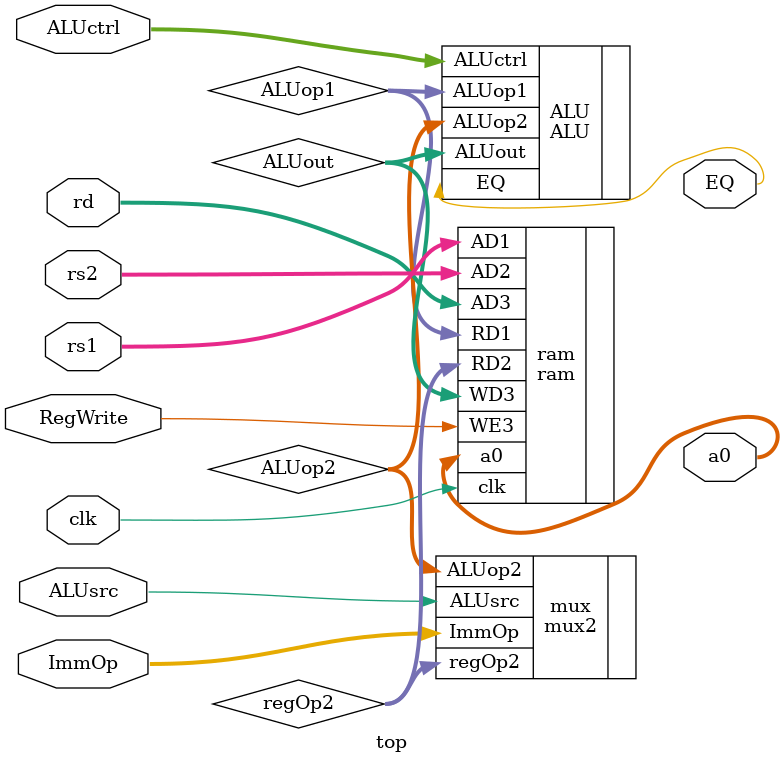
<source format=sv>
module top #(
    parameter ADDRESS_WIDTH = 5,
              ALUctrl_WIDTH = 3,
              DATA_WIDTH = 32
)(
  input logic clk,
  // input logic [19:15] AD1,    
  // input logic [24:20] AD2,
  // input logic [11:7] AD3,

  input logic [DATA_WIDTH-1:0] ImmOp,
  input logic RegWrite,
  input logic [ALUctrl_WIDTH-1:0] ALUctrl,
  input logic ALUsrc,
  input logic [ADDRESS_WIDTH-1:0] rs1,
  input logic [ADDRESS_WIDTH-1:0] rs2,
  input logic [ADDRESS_WIDTH-1:0] rd,

  output logic  EQ,
  output logic [DATA_WIDTH-1:0] a0

);
  
   logic [DATA_WIDTH-1:0] ALUop2;
   logic  [DATA_WIDTH-1:0] ALUop1;
   logic [DATA_WIDTH-1:0] regOp2;
   logic [DATA_WIDTH-1:0] ALUout;
  
ram ram (
  .clk (clk),
  .AD1 (rs1),
  .AD2 (rs2),
  .AD3 (rd),
  .WE3 (RegWrite),
  .WD3 (ALUout),
  .a0 (a0),
  .RD1 (ALUop1),
  .RD2 (regOp2)
);

mux2 mux (
  .ALUsrc (ALUsrc),
  .ImmOp (ImmOp),
  .regOp2 (regOp2),
  .ALUop2 (ALUop2)

);

ALU ALU (
   .ALUop1 (ALUop1),
   .ALUop2 (ALUop2),
   .ALUctrl (ALUctrl),
   .ALUout (ALUout),
   .EQ (EQ)
);

endmodule

</source>
